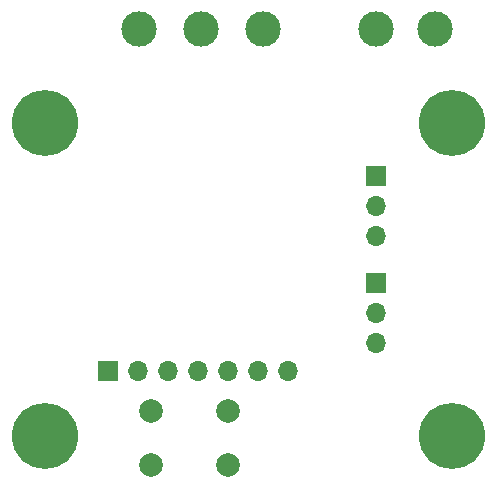
<source format=gbr>
%TF.GenerationSoftware,KiCad,Pcbnew,(6.99.0-228-g2fdbc41b8f)*%
%TF.CreationDate,2022-01-21T20:17:30+01:00*%
%TF.ProjectId,mob,6d6f622e-6b69-4636-9164-5f7063625858,rev?*%
%TF.SameCoordinates,Original*%
%TF.FileFunction,Soldermask,Bot*%
%TF.FilePolarity,Negative*%
%FSLAX46Y46*%
G04 Gerber Fmt 4.6, Leading zero omitted, Abs format (unit mm)*
G04 Created by KiCad (PCBNEW (6.99.0-228-g2fdbc41b8f)) date 2022-01-21 20:17:30*
%MOMM*%
%LPD*%
G01*
G04 APERTURE LIST*
%ADD10C,2.000000*%
%ADD11R,1.700000X1.700000*%
%ADD12O,1.700000X1.700000*%
%ADD13C,5.600000*%
%ADD14C,3.000000*%
G04 APERTURE END LIST*
D10*
%TO.C,SW1*%
X163000000Y-79900000D03*
X163000000Y-75400000D03*
X169500000Y-79900000D03*
X169500000Y-75400000D03*
%TD*%
D11*
%TO.C,J8*%
X159375000Y-72000000D03*
D12*
X161915000Y-72000000D03*
X164455000Y-72000000D03*
X166995000Y-72000000D03*
X169535000Y-72000000D03*
X172075000Y-72000000D03*
X174615000Y-72000000D03*
%TD*%
D13*
%TO.C,H4*%
X188500000Y-77500000D03*
%TD*%
%TO.C,H3*%
X154000000Y-77500000D03*
%TD*%
%TO.C,H2*%
X188500000Y-51000000D03*
%TD*%
%TO.C,H1*%
X154000000Y-51000000D03*
%TD*%
D14*
%TO.C,JGND1*%
X167200000Y-43000000D03*
%TD*%
%TO.C,J12V1*%
X162000000Y-43000000D03*
%TD*%
%TO.C,J5V1*%
X172500000Y-43000000D03*
%TD*%
%TO.C,J3*%
X182000000Y-43000000D03*
%TD*%
D11*
%TO.C,J2*%
X182025000Y-55475000D03*
D12*
X182025000Y-58015000D03*
X182025000Y-60555000D03*
%TD*%
D11*
%TO.C,J1*%
X182000000Y-64500000D03*
D12*
X182000000Y-67040000D03*
X182000000Y-69580000D03*
%TD*%
D14*
%TO.C,J4*%
X187000000Y-43000000D03*
%TD*%
M02*

</source>
